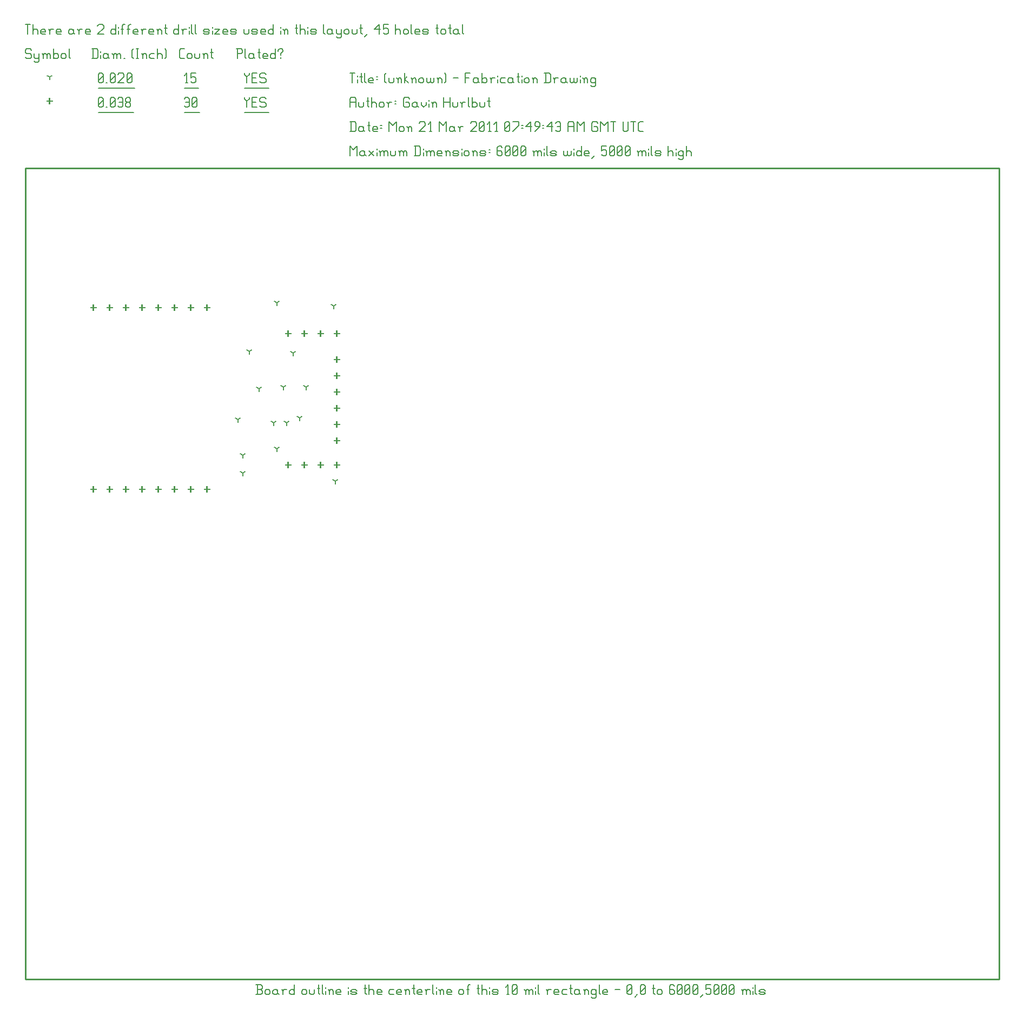
<source format=gbr>
G04 start of page 11 for group -3984 idx -3984 *
G04 Title: (unknown), fab *
G04 Creator: pcb 20091103 *
G04 CreationDate: Mon 21 Mar 2011 07:49:43 AM GMT UTC *
G04 For: gjhurlbu *
G04 Format: Gerber/RS-274X *
G04 PCB-Dimensions: 600000 500000 *
G04 PCB-Coordinate-Origin: lower left *
%MOIN*%
%FSLAX25Y25*%
%LNFAB*%
%ADD11C,0.0100*%
%ADD25R,0.0080X0.0080*%
%ADD26C,0.0060*%
G54D25*X162000Y318600D02*Y315400D01*
X160400Y317000D02*X163600D01*
X172000Y318600D02*Y315400D01*
X170400Y317000D02*X173600D01*
X182000Y318600D02*Y315400D01*
X180400Y317000D02*X183600D01*
X192000Y318600D02*Y315400D01*
X190400Y317000D02*X193600D01*
X162000Y399600D02*Y396400D01*
X160400Y398000D02*X163600D01*
X172000Y399600D02*Y396400D01*
X170400Y398000D02*X173600D01*
X182000Y399600D02*Y396400D01*
X180400Y398000D02*X183600D01*
X192000Y399600D02*Y396400D01*
X190400Y398000D02*X193600D01*
X42000Y303600D02*Y300400D01*
X40400Y302000D02*X43600D01*
X52000Y303600D02*Y300400D01*
X50400Y302000D02*X53600D01*
X62000Y303600D02*Y300400D01*
X60400Y302000D02*X63600D01*
X72000Y303600D02*Y300400D01*
X70400Y302000D02*X73600D01*
X82000Y303600D02*Y300400D01*
X80400Y302000D02*X83600D01*
X92000Y303600D02*Y300400D01*
X90400Y302000D02*X93600D01*
X102000Y303600D02*Y300400D01*
X100400Y302000D02*X103600D01*
X112000Y303600D02*Y300400D01*
X110400Y302000D02*X113600D01*
X42000Y415600D02*Y412400D01*
X40400Y414000D02*X43600D01*
X52000Y415600D02*Y412400D01*
X50400Y414000D02*X53600D01*
X62000Y415600D02*Y412400D01*
X60400Y414000D02*X63600D01*
X72000Y415600D02*Y412400D01*
X70400Y414000D02*X73600D01*
X82000Y415600D02*Y412400D01*
X80400Y414000D02*X83600D01*
X92000Y415600D02*Y412400D01*
X90400Y414000D02*X93600D01*
X102000Y415600D02*Y412400D01*
X100400Y414000D02*X103600D01*
X112000Y415600D02*Y412400D01*
X110400Y414000D02*X113600D01*
X192000Y383600D02*Y380400D01*
X190400Y382000D02*X193600D01*
X192000Y373600D02*Y370400D01*
X190400Y372000D02*X193600D01*
X192000Y363600D02*Y360400D01*
X190400Y362000D02*X193600D01*
X192000Y353600D02*Y350400D01*
X190400Y352000D02*X193600D01*
X192000Y343600D02*Y340400D01*
X190400Y342000D02*X193600D01*
X192000Y333600D02*Y330400D01*
X190400Y332000D02*X193600D01*
X15000Y542850D02*Y539650D01*
X13400Y541250D02*X16600D01*
G54D26*X135000Y543500D02*Y542750D01*
X136500Y541250D01*
X138000Y542750D01*
Y543500D02*Y542750D01*
X136500Y541250D02*Y537500D01*
X139801Y540500D02*X142051D01*
X139801Y537500D02*X142801D01*
X139801Y543500D02*Y537500D01*
Y543500D02*X142801D01*
X147603D02*X148353Y542750D01*
X145353Y543500D02*X147603D01*
X144603Y542750D02*X145353Y543500D01*
X144603Y542750D02*Y541250D01*
X145353Y540500D01*
X147603D01*
X148353Y539750D01*
Y538250D01*
X147603Y537500D02*X148353Y538250D01*
X145353Y537500D02*X147603D01*
X144603Y538250D02*X145353Y537500D01*
X135000Y534249D02*X150154D01*
X98000Y542750D02*X98750Y543500D01*
X100250D01*
X101000Y542750D01*
Y538250D01*
X100250Y537500D02*X101000Y538250D01*
X98750Y537500D02*X100250D01*
X98000Y538250D02*X98750Y537500D01*
Y540500D02*X101000D01*
X102801Y538250D02*X103551Y537500D01*
X102801Y542750D02*Y538250D01*
Y542750D02*X103551Y543500D01*
X105051D01*
X105801Y542750D01*
Y538250D01*
X105051Y537500D02*X105801Y538250D01*
X103551Y537500D02*X105051D01*
X102801Y539000D02*X105801Y542000D01*
X98000Y534249D02*X107603D01*
X45000Y538250D02*X45750Y537500D01*
X45000Y542750D02*Y538250D01*
Y542750D02*X45750Y543500D01*
X47250D01*
X48000Y542750D01*
Y538250D01*
X47250Y537500D02*X48000Y538250D01*
X45750Y537500D02*X47250D01*
X45000Y539000D02*X48000Y542000D01*
X49801Y537500D02*X50551D01*
X52353Y538250D02*X53103Y537500D01*
X52353Y542750D02*Y538250D01*
Y542750D02*X53103Y543500D01*
X54603D01*
X55353Y542750D01*
Y538250D01*
X54603Y537500D02*X55353Y538250D01*
X53103Y537500D02*X54603D01*
X52353Y539000D02*X55353Y542000D01*
X57154Y542750D02*X57904Y543500D01*
X59404D01*
X60154Y542750D01*
Y538250D01*
X59404Y537500D02*X60154Y538250D01*
X57904Y537500D02*X59404D01*
X57154Y538250D02*X57904Y537500D01*
Y540500D02*X60154D01*
X61956Y538250D02*X62706Y537500D01*
X61956Y539750D02*Y538250D01*
Y539750D02*X62706Y540500D01*
X64206D01*
X64956Y539750D01*
Y538250D01*
X64206Y537500D02*X64956Y538250D01*
X62706Y537500D02*X64206D01*
X61956Y541250D02*X62706Y540500D01*
X61956Y542750D02*Y541250D01*
Y542750D02*X62706Y543500D01*
X64206D01*
X64956Y542750D01*
Y541250D01*
X64206Y540500D02*X64956Y541250D01*
X45000Y534249D02*X66757D01*
X159000Y365000D02*Y363400D01*
Y365000D02*X160386Y365800D01*
X159000Y365000D02*X157614Y365800D01*
X173000Y365000D02*Y363400D01*
Y365000D02*X174386Y365800D01*
X173000Y365000D02*X171614Y365800D01*
X144000Y364000D02*Y362400D01*
Y364000D02*X145386Y364800D01*
X144000Y364000D02*X142614Y364800D01*
X153000Y343000D02*Y341400D01*
Y343000D02*X154386Y343800D01*
X153000Y343000D02*X151614Y343800D01*
X161000Y343000D02*Y341400D01*
Y343000D02*X162386Y343800D01*
X161000Y343000D02*X159614Y343800D01*
X155000Y417000D02*Y415400D01*
Y417000D02*X156386Y417800D01*
X155000Y417000D02*X153614Y417800D01*
X190000Y415000D02*Y413400D01*
Y415000D02*X191386Y415800D01*
X190000Y415000D02*X188614Y415800D01*
X165000Y386000D02*Y384400D01*
Y386000D02*X166386Y386800D01*
X165000Y386000D02*X163614Y386800D01*
X169000Y346000D02*Y344400D01*
Y346000D02*X170386Y346800D01*
X169000Y346000D02*X167614Y346800D01*
X155000Y327000D02*Y325400D01*
Y327000D02*X156386Y327800D01*
X155000Y327000D02*X153614Y327800D01*
X191000Y307000D02*Y305400D01*
Y307000D02*X192386Y307800D01*
X191000Y307000D02*X189614Y307800D01*
X134000Y312000D02*Y310400D01*
Y312000D02*X135386Y312800D01*
X134000Y312000D02*X132614Y312800D01*
X138000Y387000D02*Y385400D01*
Y387000D02*X139386Y387800D01*
X138000Y387000D02*X136614Y387800D01*
X134000Y323000D02*Y321400D01*
Y323000D02*X135386Y323800D01*
X134000Y323000D02*X132614Y323800D01*
X131000Y345000D02*Y343400D01*
Y345000D02*X132386Y345800D01*
X131000Y345000D02*X129614Y345800D01*
X15000Y556250D02*Y554650D01*
Y556250D02*X16386Y557050D01*
X15000Y556250D02*X13614Y557050D01*
X135000Y558500D02*Y557750D01*
X136500Y556250D01*
X138000Y557750D01*
Y558500D02*Y557750D01*
X136500Y556250D02*Y552500D01*
X139801Y555500D02*X142051D01*
X139801Y552500D02*X142801D01*
X139801Y558500D02*Y552500D01*
Y558500D02*X142801D01*
X147603D02*X148353Y557750D01*
X145353Y558500D02*X147603D01*
X144603Y557750D02*X145353Y558500D01*
X144603Y557750D02*Y556250D01*
X145353Y555500D01*
X147603D01*
X148353Y554750D01*
Y553250D01*
X147603Y552500D02*X148353Y553250D01*
X145353Y552500D02*X147603D01*
X144603Y553250D02*X145353Y552500D01*
X135000Y549249D02*X150154D01*
X98750Y552500D02*X100250D01*
X99500Y558500D02*Y552500D01*
X98000Y557000D02*X99500Y558500D01*
X102051D02*X105051D01*
X102051D02*Y555500D01*
X102801Y556250D01*
X104301D01*
X105051Y555500D01*
Y553250D01*
X104301Y552500D02*X105051Y553250D01*
X102801Y552500D02*X104301D01*
X102051Y553250D02*X102801Y552500D01*
X98000Y549249D02*X106853D01*
X45000Y553250D02*X45750Y552500D01*
X45000Y557750D02*Y553250D01*
Y557750D02*X45750Y558500D01*
X47250D01*
X48000Y557750D01*
Y553250D01*
X47250Y552500D02*X48000Y553250D01*
X45750Y552500D02*X47250D01*
X45000Y554000D02*X48000Y557000D01*
X49801Y552500D02*X50551D01*
X52353Y553250D02*X53103Y552500D01*
X52353Y557750D02*Y553250D01*
Y557750D02*X53103Y558500D01*
X54603D01*
X55353Y557750D01*
Y553250D01*
X54603Y552500D02*X55353Y553250D01*
X53103Y552500D02*X54603D01*
X52353Y554000D02*X55353Y557000D01*
X57154Y557750D02*X57904Y558500D01*
X60154D01*
X60904Y557750D01*
Y556250D01*
X57154Y552500D02*X60904Y556250D01*
X57154Y552500D02*X60904D01*
X62706Y553250D02*X63456Y552500D01*
X62706Y557750D02*Y553250D01*
Y557750D02*X63456Y558500D01*
X64956D01*
X65706Y557750D01*
Y553250D01*
X64956Y552500D02*X65706Y553250D01*
X63456Y552500D02*X64956D01*
X62706Y554000D02*X65706Y557000D01*
X45000Y549249D02*X67507D01*
X3000Y573500D02*X3750Y572750D01*
X750Y573500D02*X3000D01*
X0Y572750D02*X750Y573500D01*
X0Y572750D02*Y571250D01*
X750Y570500D01*
X3000D01*
X3750Y569750D01*
Y568250D01*
X3000Y567500D02*X3750Y568250D01*
X750Y567500D02*X3000D01*
X0Y568250D02*X750Y567500D01*
X5551Y570500D02*Y568250D01*
X6301Y567500D01*
X8551Y570500D02*Y566000D01*
X7801Y565250D02*X8551Y566000D01*
X6301Y565250D02*X7801D01*
X5551Y566000D02*X6301Y565250D01*
Y567500D02*X7801D01*
X8551Y568250D01*
X11103Y569750D02*Y567500D01*
Y569750D02*X11853Y570500D01*
X12603D01*
X13353Y569750D01*
Y567500D01*
Y569750D02*X14103Y570500D01*
X14853D01*
X15603Y569750D01*
Y567500D01*
X10353Y570500D02*X11103Y569750D01*
X17404Y573500D02*Y567500D01*
Y568250D02*X18154Y567500D01*
X19654D01*
X20404Y568250D01*
Y569750D02*Y568250D01*
X19654Y570500D02*X20404Y569750D01*
X18154Y570500D02*X19654D01*
X17404Y569750D02*X18154Y570500D01*
X22206Y569750D02*Y568250D01*
Y569750D02*X22956Y570500D01*
X24456D01*
X25206Y569750D01*
Y568250D01*
X24456Y567500D02*X25206Y568250D01*
X22956Y567500D02*X24456D01*
X22206Y568250D02*X22956Y567500D01*
X27007Y573500D02*Y568250D01*
X27757Y567500D01*
X41750Y573500D02*Y567500D01*
X44000Y573500D02*X44750Y572750D01*
Y568250D01*
X44000Y567500D02*X44750Y568250D01*
X41000Y567500D02*X44000D01*
X41000Y573500D02*X44000D01*
X46551Y572000D02*Y571250D01*
Y569750D02*Y567500D01*
X50303Y570500D02*X51053Y569750D01*
X48803Y570500D02*X50303D01*
X48053Y569750D02*X48803Y570500D01*
X48053Y569750D02*Y568250D01*
X48803Y567500D01*
X51053Y570500D02*Y568250D01*
X51803Y567500D01*
X48803D02*X50303D01*
X51053Y568250D01*
X54354Y569750D02*Y567500D01*
Y569750D02*X55104Y570500D01*
X55854D01*
X56604Y569750D01*
Y567500D01*
Y569750D02*X57354Y570500D01*
X58104D01*
X58854Y569750D01*
Y567500D01*
X53604Y570500D02*X54354Y569750D01*
X60656Y567500D02*X61406D01*
X65907Y568250D02*X66657Y567500D01*
X65907Y572750D02*X66657Y573500D01*
X65907Y572750D02*Y568250D01*
X68459Y573500D02*X69959D01*
X69209D02*Y567500D01*
X68459D02*X69959D01*
X72510Y569750D02*Y567500D01*
Y569750D02*X73260Y570500D01*
X74010D01*
X74760Y569750D01*
Y567500D01*
X71760Y570500D02*X72510Y569750D01*
X77312Y570500D02*X79562D01*
X76562Y569750D02*X77312Y570500D01*
X76562Y569750D02*Y568250D01*
X77312Y567500D01*
X79562D01*
X81363Y573500D02*Y567500D01*
Y569750D02*X82113Y570500D01*
X83613D01*
X84363Y569750D01*
Y567500D01*
X86165Y573500D02*X86915Y572750D01*
Y568250D01*
X86165Y567500D02*X86915Y568250D01*
X95750Y567500D02*X98000D01*
X95000Y568250D02*X95750Y567500D01*
X95000Y572750D02*Y568250D01*
Y572750D02*X95750Y573500D01*
X98000D01*
X99801Y569750D02*Y568250D01*
Y569750D02*X100551Y570500D01*
X102051D01*
X102801Y569750D01*
Y568250D01*
X102051Y567500D02*X102801Y568250D01*
X100551Y567500D02*X102051D01*
X99801Y568250D02*X100551Y567500D01*
X104603Y570500D02*Y568250D01*
X105353Y567500D01*
X106853D01*
X107603Y568250D01*
Y570500D02*Y568250D01*
X110154Y569750D02*Y567500D01*
Y569750D02*X110904Y570500D01*
X111654D01*
X112404Y569750D01*
Y567500D01*
X109404Y570500D02*X110154Y569750D01*
X114956Y573500D02*Y568250D01*
X115706Y567500D01*
X114206Y571250D02*X115706D01*
X130750Y573500D02*Y567500D01*
X130000Y573500D02*X133000D01*
X133750Y572750D01*
Y571250D01*
X133000Y570500D02*X133750Y571250D01*
X130750Y570500D02*X133000D01*
X135551Y573500D02*Y568250D01*
X136301Y567500D01*
X140053Y570500D02*X140803Y569750D01*
X138553Y570500D02*X140053D01*
X137803Y569750D02*X138553Y570500D01*
X137803Y569750D02*Y568250D01*
X138553Y567500D01*
X140803Y570500D02*Y568250D01*
X141553Y567500D01*
X138553D02*X140053D01*
X140803Y568250D01*
X144104Y573500D02*Y568250D01*
X144854Y567500D01*
X143354Y571250D02*X144854D01*
X147106Y567500D02*X149356D01*
X146356Y568250D02*X147106Y567500D01*
X146356Y569750D02*Y568250D01*
Y569750D02*X147106Y570500D01*
X148606D01*
X149356Y569750D01*
X146356Y569000D02*X149356D01*
Y569750D02*Y569000D01*
X154157Y573500D02*Y567500D01*
X153407D02*X154157Y568250D01*
X151907Y567500D02*X153407D01*
X151157Y568250D02*X151907Y567500D01*
X151157Y569750D02*Y568250D01*
Y569750D02*X151907Y570500D01*
X153407D01*
X154157Y569750D01*
X157459Y570500D02*Y569750D01*
Y568250D02*Y567500D01*
X155959Y572750D02*Y572000D01*
Y572750D02*X156709Y573500D01*
X158209D01*
X158959Y572750D01*
Y572000D01*
X157459Y570500D02*X158959Y572000D01*
X0Y588500D02*X3000D01*
X1500D02*Y582500D01*
X4801Y588500D02*Y582500D01*
Y584750D02*X5551Y585500D01*
X7051D01*
X7801Y584750D01*
Y582500D01*
X10353D02*X12603D01*
X9603Y583250D02*X10353Y582500D01*
X9603Y584750D02*Y583250D01*
Y584750D02*X10353Y585500D01*
X11853D01*
X12603Y584750D01*
X9603Y584000D02*X12603D01*
Y584750D02*Y584000D01*
X15154Y584750D02*Y582500D01*
Y584750D02*X15904Y585500D01*
X17404D01*
X14404D02*X15154Y584750D01*
X19956Y582500D02*X22206D01*
X19206Y583250D02*X19956Y582500D01*
X19206Y584750D02*Y583250D01*
Y584750D02*X19956Y585500D01*
X21456D01*
X22206Y584750D01*
X19206Y584000D02*X22206D01*
Y584750D02*Y584000D01*
X28957Y585500D02*X29707Y584750D01*
X27457Y585500D02*X28957D01*
X26707Y584750D02*X27457Y585500D01*
X26707Y584750D02*Y583250D01*
X27457Y582500D01*
X29707Y585500D02*Y583250D01*
X30457Y582500D01*
X27457D02*X28957D01*
X29707Y583250D01*
X33009Y584750D02*Y582500D01*
Y584750D02*X33759Y585500D01*
X35259D01*
X32259D02*X33009Y584750D01*
X37810Y582500D02*X40060D01*
X37060Y583250D02*X37810Y582500D01*
X37060Y584750D02*Y583250D01*
Y584750D02*X37810Y585500D01*
X39310D01*
X40060Y584750D01*
X37060Y584000D02*X40060D01*
Y584750D02*Y584000D01*
X44562Y587750D02*X45312Y588500D01*
X47562D01*
X48312Y587750D01*
Y586250D01*
X44562Y582500D02*X48312Y586250D01*
X44562Y582500D02*X48312D01*
X55813Y588500D02*Y582500D01*
X55063D02*X55813Y583250D01*
X53563Y582500D02*X55063D01*
X52813Y583250D02*X53563Y582500D01*
X52813Y584750D02*Y583250D01*
Y584750D02*X53563Y585500D01*
X55063D01*
X55813Y584750D01*
X57615Y587000D02*Y586250D01*
Y584750D02*Y582500D01*
X59866Y587750D02*Y582500D01*
Y587750D02*X60616Y588500D01*
X61366D01*
X59116Y585500D02*X60616D01*
X63618Y587750D02*Y582500D01*
Y587750D02*X64368Y588500D01*
X65118D01*
X62868Y585500D02*X64368D01*
X67369Y582500D02*X69619D01*
X66619Y583250D02*X67369Y582500D01*
X66619Y584750D02*Y583250D01*
Y584750D02*X67369Y585500D01*
X68869D01*
X69619Y584750D01*
X66619Y584000D02*X69619D01*
Y584750D02*Y584000D01*
X72171Y584750D02*Y582500D01*
Y584750D02*X72921Y585500D01*
X74421D01*
X71421D02*X72171Y584750D01*
X76972Y582500D02*X79222D01*
X76222Y583250D02*X76972Y582500D01*
X76222Y584750D02*Y583250D01*
Y584750D02*X76972Y585500D01*
X78472D01*
X79222Y584750D01*
X76222Y584000D02*X79222D01*
Y584750D02*Y584000D01*
X81774Y584750D02*Y582500D01*
Y584750D02*X82524Y585500D01*
X83274D01*
X84024Y584750D01*
Y582500D01*
X81024Y585500D02*X81774Y584750D01*
X86575Y588500D02*Y583250D01*
X87325Y582500D01*
X85825Y586250D02*X87325D01*
X94527Y588500D02*Y582500D01*
X93777D02*X94527Y583250D01*
X92277Y582500D02*X93777D01*
X91527Y583250D02*X92277Y582500D01*
X91527Y584750D02*Y583250D01*
Y584750D02*X92277Y585500D01*
X93777D01*
X94527Y584750D01*
X97078D02*Y582500D01*
Y584750D02*X97828Y585500D01*
X99328D01*
X96328D02*X97078Y584750D01*
X101130Y587000D02*Y586250D01*
Y584750D02*Y582500D01*
X102631Y588500D02*Y583250D01*
X103381Y582500D01*
X104883Y588500D02*Y583250D01*
X105633Y582500D01*
X110584D02*X112834D01*
X113584Y583250D01*
X112834Y584000D02*X113584Y583250D01*
X110584Y584000D02*X112834D01*
X109834Y584750D02*X110584Y584000D01*
X109834Y584750D02*X110584Y585500D01*
X112834D01*
X113584Y584750D01*
X109834Y583250D02*X110584Y582500D01*
X115386Y587000D02*Y586250D01*
Y584750D02*Y582500D01*
X116887Y585500D02*X119887D01*
X116887Y582500D02*X119887Y585500D01*
X116887Y582500D02*X119887D01*
X122439D02*X124689D01*
X121689Y583250D02*X122439Y582500D01*
X121689Y584750D02*Y583250D01*
Y584750D02*X122439Y585500D01*
X123939D01*
X124689Y584750D01*
X121689Y584000D02*X124689D01*
Y584750D02*Y584000D01*
X127240Y582500D02*X129490D01*
X130240Y583250D01*
X129490Y584000D02*X130240Y583250D01*
X127240Y584000D02*X129490D01*
X126490Y584750D02*X127240Y584000D01*
X126490Y584750D02*X127240Y585500D01*
X129490D01*
X130240Y584750D01*
X126490Y583250D02*X127240Y582500D01*
X134742Y585500D02*Y583250D01*
X135492Y582500D01*
X136992D01*
X137742Y583250D01*
Y585500D02*Y583250D01*
X140293Y582500D02*X142543D01*
X143293Y583250D01*
X142543Y584000D02*X143293Y583250D01*
X140293Y584000D02*X142543D01*
X139543Y584750D02*X140293Y584000D01*
X139543Y584750D02*X140293Y585500D01*
X142543D01*
X143293Y584750D01*
X139543Y583250D02*X140293Y582500D01*
X145845D02*X148095D01*
X145095Y583250D02*X145845Y582500D01*
X145095Y584750D02*Y583250D01*
Y584750D02*X145845Y585500D01*
X147345D01*
X148095Y584750D01*
X145095Y584000D02*X148095D01*
Y584750D02*Y584000D01*
X152896Y588500D02*Y582500D01*
X152146D02*X152896Y583250D01*
X150646Y582500D02*X152146D01*
X149896Y583250D02*X150646Y582500D01*
X149896Y584750D02*Y583250D01*
Y584750D02*X150646Y585500D01*
X152146D01*
X152896Y584750D01*
X157398Y587000D02*Y586250D01*
Y584750D02*Y582500D01*
X159649Y584750D02*Y582500D01*
Y584750D02*X160399Y585500D01*
X161149D01*
X161899Y584750D01*
Y582500D01*
X158899Y585500D02*X159649Y584750D01*
X167151Y588500D02*Y583250D01*
X167901Y582500D01*
X166401Y586250D02*X167901D01*
X169402Y588500D02*Y582500D01*
Y584750D02*X170152Y585500D01*
X171652D01*
X172402Y584750D01*
Y582500D01*
X174204Y587000D02*Y586250D01*
Y584750D02*Y582500D01*
X176455D02*X178705D01*
X179455Y583250D01*
X178705Y584000D02*X179455Y583250D01*
X176455Y584000D02*X178705D01*
X175705Y584750D02*X176455Y584000D01*
X175705Y584750D02*X176455Y585500D01*
X178705D01*
X179455Y584750D01*
X175705Y583250D02*X176455Y582500D01*
X183957Y588500D02*Y583250D01*
X184707Y582500D01*
X188458Y585500D02*X189208Y584750D01*
X186958Y585500D02*X188458D01*
X186208Y584750D02*X186958Y585500D01*
X186208Y584750D02*Y583250D01*
X186958Y582500D01*
X189208Y585500D02*Y583250D01*
X189958Y582500D01*
X186958D02*X188458D01*
X189208Y583250D01*
X191760Y585500D02*Y583250D01*
X192510Y582500D01*
X194760Y585500D02*Y581000D01*
X194010Y580250D02*X194760Y581000D01*
X192510Y580250D02*X194010D01*
X191760Y581000D02*X192510Y580250D01*
Y582500D02*X194010D01*
X194760Y583250D01*
X196561Y584750D02*Y583250D01*
Y584750D02*X197311Y585500D01*
X198811D01*
X199561Y584750D01*
Y583250D01*
X198811Y582500D02*X199561Y583250D01*
X197311Y582500D02*X198811D01*
X196561Y583250D02*X197311Y582500D01*
X201363Y585500D02*Y583250D01*
X202113Y582500D01*
X203613D01*
X204363Y583250D01*
Y585500D02*Y583250D01*
X206914Y588500D02*Y583250D01*
X207664Y582500D01*
X206164Y586250D02*X207664D01*
X209166Y581000D02*X210666Y582500D01*
X215167Y585500D02*X218167Y588500D01*
X215167Y585500D02*X218917D01*
X218167Y588500D02*Y582500D01*
X220719Y588500D02*X223719D01*
X220719D02*Y585500D01*
X221469Y586250D01*
X222969D01*
X223719Y585500D01*
Y583250D01*
X222969Y582500D02*X223719Y583250D01*
X221469Y582500D02*X222969D01*
X220719Y583250D02*X221469Y582500D01*
X228220Y588500D02*Y582500D01*
Y584750D02*X228970Y585500D01*
X230470D01*
X231220Y584750D01*
Y582500D01*
X233022Y584750D02*Y583250D01*
Y584750D02*X233772Y585500D01*
X235272D01*
X236022Y584750D01*
Y583250D01*
X235272Y582500D02*X236022Y583250D01*
X233772Y582500D02*X235272D01*
X233022Y583250D02*X233772Y582500D01*
X237823Y588500D02*Y583250D01*
X238573Y582500D01*
X240825D02*X243075D01*
X240075Y583250D02*X240825Y582500D01*
X240075Y584750D02*Y583250D01*
Y584750D02*X240825Y585500D01*
X242325D01*
X243075Y584750D01*
X240075Y584000D02*X243075D01*
Y584750D02*Y584000D01*
X245626Y582500D02*X247876D01*
X248626Y583250D01*
X247876Y584000D02*X248626Y583250D01*
X245626Y584000D02*X247876D01*
X244876Y584750D02*X245626Y584000D01*
X244876Y584750D02*X245626Y585500D01*
X247876D01*
X248626Y584750D01*
X244876Y583250D02*X245626Y582500D01*
X253878Y588500D02*Y583250D01*
X254628Y582500D01*
X253128Y586250D02*X254628D01*
X256129Y584750D02*Y583250D01*
Y584750D02*X256879Y585500D01*
X258379D01*
X259129Y584750D01*
Y583250D01*
X258379Y582500D02*X259129Y583250D01*
X256879Y582500D02*X258379D01*
X256129Y583250D02*X256879Y582500D01*
X261681Y588500D02*Y583250D01*
X262431Y582500D01*
X260931Y586250D02*X262431D01*
X266182Y585500D02*X266932Y584750D01*
X264682Y585500D02*X266182D01*
X263932Y584750D02*X264682Y585500D01*
X263932Y584750D02*Y583250D01*
X264682Y582500D01*
X266932Y585500D02*Y583250D01*
X267682Y582500D01*
X264682D02*X266182D01*
X266932Y583250D01*
X269484Y588500D02*Y583250D01*
X270234Y582500D01*
G54D11*X0Y500000D02*X600000D01*
X0D02*Y0D01*
X600000Y500000D02*Y0D01*
X0D02*X600000D01*
G54D26*X200000Y513500D02*Y507500D01*
Y513500D02*X202250Y511250D01*
X204500Y513500D01*
Y507500D01*
X208551Y510500D02*X209301Y509750D01*
X207051Y510500D02*X208551D01*
X206301Y509750D02*X207051Y510500D01*
X206301Y509750D02*Y508250D01*
X207051Y507500D01*
X209301Y510500D02*Y508250D01*
X210051Y507500D01*
X207051D02*X208551D01*
X209301Y508250D01*
X211853Y510500D02*X214853Y507500D01*
X211853D02*X214853Y510500D01*
X216654Y512000D02*Y511250D01*
Y509750D02*Y507500D01*
X218906Y509750D02*Y507500D01*
Y509750D02*X219656Y510500D01*
X220406D01*
X221156Y509750D01*
Y507500D01*
Y509750D02*X221906Y510500D01*
X222656D01*
X223406Y509750D01*
Y507500D01*
X218156Y510500D02*X218906Y509750D01*
X225207Y510500D02*Y508250D01*
X225957Y507500D01*
X227457D01*
X228207Y508250D01*
Y510500D02*Y508250D01*
X230759Y509750D02*Y507500D01*
Y509750D02*X231509Y510500D01*
X232259D01*
X233009Y509750D01*
Y507500D01*
Y509750D02*X233759Y510500D01*
X234509D01*
X235259Y509750D01*
Y507500D01*
X230009Y510500D02*X230759Y509750D01*
X240510Y513500D02*Y507500D01*
X242760Y513500D02*X243510Y512750D01*
Y508250D01*
X242760Y507500D02*X243510Y508250D01*
X239760Y507500D02*X242760D01*
X239760Y513500D02*X242760D01*
X245312Y512000D02*Y511250D01*
Y509750D02*Y507500D01*
X247563Y509750D02*Y507500D01*
Y509750D02*X248313Y510500D01*
X249063D01*
X249813Y509750D01*
Y507500D01*
Y509750D02*X250563Y510500D01*
X251313D01*
X252063Y509750D01*
Y507500D01*
X246813Y510500D02*X247563Y509750D01*
X254615Y507500D02*X256865D01*
X253865Y508250D02*X254615Y507500D01*
X253865Y509750D02*Y508250D01*
Y509750D02*X254615Y510500D01*
X256115D01*
X256865Y509750D01*
X253865Y509000D02*X256865D01*
Y509750D02*Y509000D01*
X259416Y509750D02*Y507500D01*
Y509750D02*X260166Y510500D01*
X260916D01*
X261666Y509750D01*
Y507500D01*
X258666Y510500D02*X259416Y509750D01*
X264218Y507500D02*X266468D01*
X267218Y508250D01*
X266468Y509000D02*X267218Y508250D01*
X264218Y509000D02*X266468D01*
X263468Y509750D02*X264218Y509000D01*
X263468Y509750D02*X264218Y510500D01*
X266468D01*
X267218Y509750D01*
X263468Y508250D02*X264218Y507500D01*
X269019Y512000D02*Y511250D01*
Y509750D02*Y507500D01*
X270521Y509750D02*Y508250D01*
Y509750D02*X271271Y510500D01*
X272771D01*
X273521Y509750D01*
Y508250D01*
X272771Y507500D02*X273521Y508250D01*
X271271Y507500D02*X272771D01*
X270521Y508250D02*X271271Y507500D01*
X276072Y509750D02*Y507500D01*
Y509750D02*X276822Y510500D01*
X277572D01*
X278322Y509750D01*
Y507500D01*
X275322Y510500D02*X276072Y509750D01*
X280874Y507500D02*X283124D01*
X283874Y508250D01*
X283124Y509000D02*X283874Y508250D01*
X280874Y509000D02*X283124D01*
X280124Y509750D02*X280874Y509000D01*
X280124Y509750D02*X280874Y510500D01*
X283124D01*
X283874Y509750D01*
X280124Y508250D02*X280874Y507500D01*
X285675Y511250D02*X286425D01*
X285675Y509750D02*X286425D01*
X293177Y513500D02*X293927Y512750D01*
X291677Y513500D02*X293177D01*
X290927Y512750D02*X291677Y513500D01*
X290927Y512750D02*Y508250D01*
X291677Y507500D01*
X293177Y510500D02*X293927Y509750D01*
X290927Y510500D02*X293177D01*
X291677Y507500D02*X293177D01*
X293927Y508250D01*
Y509750D02*Y508250D01*
X295728D02*X296478Y507500D01*
X295728Y512750D02*Y508250D01*
Y512750D02*X296478Y513500D01*
X297978D01*
X298728Y512750D01*
Y508250D01*
X297978Y507500D02*X298728Y508250D01*
X296478Y507500D02*X297978D01*
X295728Y509000D02*X298728Y512000D01*
X300530Y508250D02*X301280Y507500D01*
X300530Y512750D02*Y508250D01*
Y512750D02*X301280Y513500D01*
X302780D01*
X303530Y512750D01*
Y508250D01*
X302780Y507500D02*X303530Y508250D01*
X301280Y507500D02*X302780D01*
X300530Y509000D02*X303530Y512000D01*
X305331Y508250D02*X306081Y507500D01*
X305331Y512750D02*Y508250D01*
Y512750D02*X306081Y513500D01*
X307581D01*
X308331Y512750D01*
Y508250D01*
X307581Y507500D02*X308331Y508250D01*
X306081Y507500D02*X307581D01*
X305331Y509000D02*X308331Y512000D01*
X313583Y509750D02*Y507500D01*
Y509750D02*X314333Y510500D01*
X315083D01*
X315833Y509750D01*
Y507500D01*
Y509750D02*X316583Y510500D01*
X317333D01*
X318083Y509750D01*
Y507500D01*
X312833Y510500D02*X313583Y509750D01*
X319884Y512000D02*Y511250D01*
Y509750D02*Y507500D01*
X321386Y513500D02*Y508250D01*
X322136Y507500D01*
X324387D02*X326637D01*
X327387Y508250D01*
X326637Y509000D02*X327387Y508250D01*
X324387Y509000D02*X326637D01*
X323637Y509750D02*X324387Y509000D01*
X323637Y509750D02*X324387Y510500D01*
X326637D01*
X327387Y509750D01*
X323637Y508250D02*X324387Y507500D01*
X331889Y510500D02*Y508250D01*
X332639Y507500D01*
X333389D01*
X334139Y508250D01*
Y510500D02*Y508250D01*
X334889Y507500D01*
X335639D01*
X336389Y508250D01*
Y510500D02*Y508250D01*
X338190Y512000D02*Y511250D01*
Y509750D02*Y507500D01*
X342692Y513500D02*Y507500D01*
X341942D02*X342692Y508250D01*
X340442Y507500D02*X341942D01*
X339692Y508250D02*X340442Y507500D01*
X339692Y509750D02*Y508250D01*
Y509750D02*X340442Y510500D01*
X341942D01*
X342692Y509750D01*
X345243Y507500D02*X347493D01*
X344493Y508250D02*X345243Y507500D01*
X344493Y509750D02*Y508250D01*
Y509750D02*X345243Y510500D01*
X346743D01*
X347493Y509750D01*
X344493Y509000D02*X347493D01*
Y509750D02*Y509000D01*
X349295Y506000D02*X350795Y507500D01*
X355296Y513500D02*X358296D01*
X355296D02*Y510500D01*
X356046Y511250D01*
X357546D01*
X358296Y510500D01*
Y508250D01*
X357546Y507500D02*X358296Y508250D01*
X356046Y507500D02*X357546D01*
X355296Y508250D02*X356046Y507500D01*
X360098Y508250D02*X360848Y507500D01*
X360098Y512750D02*Y508250D01*
Y512750D02*X360848Y513500D01*
X362348D01*
X363098Y512750D01*
Y508250D01*
X362348Y507500D02*X363098Y508250D01*
X360848Y507500D02*X362348D01*
X360098Y509000D02*X363098Y512000D01*
X364899Y508250D02*X365649Y507500D01*
X364899Y512750D02*Y508250D01*
Y512750D02*X365649Y513500D01*
X367149D01*
X367899Y512750D01*
Y508250D01*
X367149Y507500D02*X367899Y508250D01*
X365649Y507500D02*X367149D01*
X364899Y509000D02*X367899Y512000D01*
X369701Y508250D02*X370451Y507500D01*
X369701Y512750D02*Y508250D01*
Y512750D02*X370451Y513500D01*
X371951D01*
X372701Y512750D01*
Y508250D01*
X371951Y507500D02*X372701Y508250D01*
X370451Y507500D02*X371951D01*
X369701Y509000D02*X372701Y512000D01*
X377952Y509750D02*Y507500D01*
Y509750D02*X378702Y510500D01*
X379452D01*
X380202Y509750D01*
Y507500D01*
Y509750D02*X380952Y510500D01*
X381702D01*
X382452Y509750D01*
Y507500D01*
X377202Y510500D02*X377952Y509750D01*
X384254Y512000D02*Y511250D01*
Y509750D02*Y507500D01*
X385755Y513500D02*Y508250D01*
X386505Y507500D01*
X388757D02*X391007D01*
X391757Y508250D01*
X391007Y509000D02*X391757Y508250D01*
X388757Y509000D02*X391007D01*
X388007Y509750D02*X388757Y509000D01*
X388007Y509750D02*X388757Y510500D01*
X391007D01*
X391757Y509750D01*
X388007Y508250D02*X388757Y507500D01*
X396258Y513500D02*Y507500D01*
Y509750D02*X397008Y510500D01*
X398508D01*
X399258Y509750D01*
Y507500D01*
X401060Y512000D02*Y511250D01*
Y509750D02*Y507500D01*
X404811Y510500D02*X405561Y509750D01*
X403311Y510500D02*X404811D01*
X402561Y509750D02*X403311Y510500D01*
X402561Y509750D02*Y508250D01*
X403311Y507500D01*
X404811D01*
X405561Y508250D01*
X402561Y506000D02*X403311Y505250D01*
X404811D01*
X405561Y506000D01*
Y510500D02*Y506000D01*
X407363Y513500D02*Y507500D01*
Y509750D02*X408113Y510500D01*
X409613D01*
X410363Y509750D01*
Y507500D01*
X142226Y-9500D02*X145226D01*
X145976Y-8750D01*
Y-7250D02*Y-8750D01*
X145226Y-6500D02*X145976Y-7250D01*
X142976Y-6500D02*X145226D01*
X142976Y-3500D02*Y-9500D01*
X142226Y-3500D02*X145226D01*
X145976Y-4250D01*
Y-5750D01*
X145226Y-6500D02*X145976Y-5750D01*
X147777Y-7250D02*Y-8750D01*
Y-7250D02*X148527Y-6500D01*
X150027D01*
X150777Y-7250D01*
Y-8750D01*
X150027Y-9500D02*X150777Y-8750D01*
X148527Y-9500D02*X150027D01*
X147777Y-8750D02*X148527Y-9500D01*
X154829Y-6500D02*X155579Y-7250D01*
X153329Y-6500D02*X154829D01*
X152579Y-7250D02*X153329Y-6500D01*
X152579Y-7250D02*Y-8750D01*
X153329Y-9500D01*
X155579Y-6500D02*Y-8750D01*
X156329Y-9500D01*
X153329D02*X154829D01*
X155579Y-8750D01*
X158880Y-7250D02*Y-9500D01*
Y-7250D02*X159630Y-6500D01*
X161130D01*
X158130D02*X158880Y-7250D01*
X165932Y-3500D02*Y-9500D01*
X165182D02*X165932Y-8750D01*
X163682Y-9500D02*X165182D01*
X162932Y-8750D02*X163682Y-9500D01*
X162932Y-7250D02*Y-8750D01*
Y-7250D02*X163682Y-6500D01*
X165182D01*
X165932Y-7250D01*
X170433D02*Y-8750D01*
Y-7250D02*X171183Y-6500D01*
X172683D01*
X173433Y-7250D01*
Y-8750D01*
X172683Y-9500D02*X173433Y-8750D01*
X171183Y-9500D02*X172683D01*
X170433Y-8750D02*X171183Y-9500D01*
X175235Y-6500D02*Y-8750D01*
X175985Y-9500D01*
X177485D01*
X178235Y-8750D01*
Y-6500D02*Y-8750D01*
X180786Y-3500D02*Y-8750D01*
X181536Y-9500D01*
X180036Y-5750D02*X181536D01*
X183038Y-3500D02*Y-8750D01*
X183788Y-9500D01*
X185289Y-5000D02*Y-5750D01*
Y-7250D02*Y-9500D01*
X187541Y-7250D02*Y-9500D01*
Y-7250D02*X188291Y-6500D01*
X189041D01*
X189791Y-7250D01*
Y-9500D01*
X186791Y-6500D02*X187541Y-7250D01*
X192342Y-9500D02*X194592D01*
X191592Y-8750D02*X192342Y-9500D01*
X191592Y-7250D02*Y-8750D01*
Y-7250D02*X192342Y-6500D01*
X193842D01*
X194592Y-7250D01*
X191592Y-8000D02*X194592D01*
Y-7250D02*Y-8000D01*
X199094Y-5000D02*Y-5750D01*
Y-7250D02*Y-9500D01*
X201345D02*X203595D01*
X204345Y-8750D01*
X203595Y-8000D02*X204345Y-8750D01*
X201345Y-8000D02*X203595D01*
X200595Y-7250D02*X201345Y-8000D01*
X200595Y-7250D02*X201345Y-6500D01*
X203595D01*
X204345Y-7250D01*
X200595Y-8750D02*X201345Y-9500D01*
X209597Y-3500D02*Y-8750D01*
X210347Y-9500D01*
X208847Y-5750D02*X210347D01*
X211848Y-3500D02*Y-9500D01*
Y-7250D02*X212598Y-6500D01*
X214098D01*
X214848Y-7250D01*
Y-9500D01*
X217400D02*X219650D01*
X216650Y-8750D02*X217400Y-9500D01*
X216650Y-7250D02*Y-8750D01*
Y-7250D02*X217400Y-6500D01*
X218900D01*
X219650Y-7250D01*
X216650Y-8000D02*X219650D01*
Y-7250D02*Y-8000D01*
X224901Y-6500D02*X227151D01*
X224151Y-7250D02*X224901Y-6500D01*
X224151Y-7250D02*Y-8750D01*
X224901Y-9500D01*
X227151D01*
X229703D02*X231953D01*
X228953Y-8750D02*X229703Y-9500D01*
X228953Y-7250D02*Y-8750D01*
Y-7250D02*X229703Y-6500D01*
X231203D01*
X231953Y-7250D01*
X228953Y-8000D02*X231953D01*
Y-7250D02*Y-8000D01*
X234504Y-7250D02*Y-9500D01*
Y-7250D02*X235254Y-6500D01*
X236004D01*
X236754Y-7250D01*
Y-9500D01*
X233754Y-6500D02*X234504Y-7250D01*
X239306Y-3500D02*Y-8750D01*
X240056Y-9500D01*
X238556Y-5750D02*X240056D01*
X242307Y-9500D02*X244557D01*
X241557Y-8750D02*X242307Y-9500D01*
X241557Y-7250D02*Y-8750D01*
Y-7250D02*X242307Y-6500D01*
X243807D01*
X244557Y-7250D01*
X241557Y-8000D02*X244557D01*
Y-7250D02*Y-8000D01*
X247109Y-7250D02*Y-9500D01*
Y-7250D02*X247859Y-6500D01*
X249359D01*
X246359D02*X247109Y-7250D01*
X251160Y-3500D02*Y-8750D01*
X251910Y-9500D01*
X253412Y-5000D02*Y-5750D01*
Y-7250D02*Y-9500D01*
X255663Y-7250D02*Y-9500D01*
Y-7250D02*X256413Y-6500D01*
X257163D01*
X257913Y-7250D01*
Y-9500D01*
X254913Y-6500D02*X255663Y-7250D01*
X260465Y-9500D02*X262715D01*
X259715Y-8750D02*X260465Y-9500D01*
X259715Y-7250D02*Y-8750D01*
Y-7250D02*X260465Y-6500D01*
X261965D01*
X262715Y-7250D01*
X259715Y-8000D02*X262715D01*
Y-7250D02*Y-8000D01*
X267216Y-7250D02*Y-8750D01*
Y-7250D02*X267966Y-6500D01*
X269466D01*
X270216Y-7250D01*
Y-8750D01*
X269466Y-9500D02*X270216Y-8750D01*
X267966Y-9500D02*X269466D01*
X267216Y-8750D02*X267966Y-9500D01*
X272768Y-4250D02*Y-9500D01*
Y-4250D02*X273518Y-3500D01*
X274268D01*
X272018Y-6500D02*X273518D01*
X279219Y-3500D02*Y-8750D01*
X279969Y-9500D01*
X278469Y-5750D02*X279969D01*
X281471Y-3500D02*Y-9500D01*
Y-7250D02*X282221Y-6500D01*
X283721D01*
X284471Y-7250D01*
Y-9500D01*
X286272Y-5000D02*Y-5750D01*
Y-7250D02*Y-9500D01*
X288524D02*X290774D01*
X291524Y-8750D01*
X290774Y-8000D02*X291524Y-8750D01*
X288524Y-8000D02*X290774D01*
X287774Y-7250D02*X288524Y-8000D01*
X287774Y-7250D02*X288524Y-6500D01*
X290774D01*
X291524Y-7250D01*
X287774Y-8750D02*X288524Y-9500D01*
X296775D02*X298275D01*
X297525Y-3500D02*Y-9500D01*
X296025Y-5000D02*X297525Y-3500D01*
X300077Y-8750D02*X300827Y-9500D01*
X300077Y-4250D02*Y-8750D01*
Y-4250D02*X300827Y-3500D01*
X302327D01*
X303077Y-4250D01*
Y-8750D01*
X302327Y-9500D02*X303077Y-8750D01*
X300827Y-9500D02*X302327D01*
X300077Y-8000D02*X303077Y-5000D01*
X308328Y-7250D02*Y-9500D01*
Y-7250D02*X309078Y-6500D01*
X309828D01*
X310578Y-7250D01*
Y-9500D01*
Y-7250D02*X311328Y-6500D01*
X312078D01*
X312828Y-7250D01*
Y-9500D01*
X307578Y-6500D02*X308328Y-7250D01*
X314630Y-5000D02*Y-5750D01*
Y-7250D02*Y-9500D01*
X316131Y-3500D02*Y-8750D01*
X316881Y-9500D01*
X321833Y-7250D02*Y-9500D01*
Y-7250D02*X322583Y-6500D01*
X324083D01*
X321083D02*X321833Y-7250D01*
X326634Y-9500D02*X328884D01*
X325884Y-8750D02*X326634Y-9500D01*
X325884Y-7250D02*Y-8750D01*
Y-7250D02*X326634Y-6500D01*
X328134D01*
X328884Y-7250D01*
X325884Y-8000D02*X328884D01*
Y-7250D02*Y-8000D01*
X331436Y-6500D02*X333686D01*
X330686Y-7250D02*X331436Y-6500D01*
X330686Y-7250D02*Y-8750D01*
X331436Y-9500D01*
X333686D01*
X336237Y-3500D02*Y-8750D01*
X336987Y-9500D01*
X335487Y-5750D02*X336987D01*
X340739Y-6500D02*X341489Y-7250D01*
X339239Y-6500D02*X340739D01*
X338489Y-7250D02*X339239Y-6500D01*
X338489Y-7250D02*Y-8750D01*
X339239Y-9500D01*
X341489Y-6500D02*Y-8750D01*
X342239Y-9500D01*
X339239D02*X340739D01*
X341489Y-8750D01*
X344790Y-7250D02*Y-9500D01*
Y-7250D02*X345540Y-6500D01*
X346290D01*
X347040Y-7250D01*
Y-9500D01*
X344040Y-6500D02*X344790Y-7250D01*
X351092Y-6500D02*X351842Y-7250D01*
X349592Y-6500D02*X351092D01*
X348842Y-7250D02*X349592Y-6500D01*
X348842Y-7250D02*Y-8750D01*
X349592Y-9500D01*
X351092D01*
X351842Y-8750D01*
X348842Y-11000D02*X349592Y-11750D01*
X351092D01*
X351842Y-11000D01*
Y-6500D02*Y-11000D01*
X353643Y-3500D02*Y-8750D01*
X354393Y-9500D01*
X356645D02*X358895D01*
X355895Y-8750D02*X356645Y-9500D01*
X355895Y-7250D02*Y-8750D01*
Y-7250D02*X356645Y-6500D01*
X358145D01*
X358895Y-7250D01*
X355895Y-8000D02*X358895D01*
Y-7250D02*Y-8000D01*
X363396Y-6500D02*X366396D01*
X370898Y-8750D02*X371648Y-9500D01*
X370898Y-4250D02*Y-8750D01*
Y-4250D02*X371648Y-3500D01*
X373148D01*
X373898Y-4250D01*
Y-8750D01*
X373148Y-9500D02*X373898Y-8750D01*
X371648Y-9500D02*X373148D01*
X370898Y-8000D02*X373898Y-5000D01*
X375699Y-11000D02*X377199Y-9500D01*
X379001Y-8750D02*X379751Y-9500D01*
X379001Y-4250D02*Y-8750D01*
Y-4250D02*X379751Y-3500D01*
X381251D01*
X382001Y-4250D01*
Y-8750D01*
X381251Y-9500D02*X382001Y-8750D01*
X379751Y-9500D02*X381251D01*
X379001Y-8000D02*X382001Y-5000D01*
X387252Y-3500D02*Y-8750D01*
X388002Y-9500D01*
X386502Y-5750D02*X388002D01*
X389504Y-7250D02*Y-8750D01*
Y-7250D02*X390254Y-6500D01*
X391754D01*
X392504Y-7250D01*
Y-8750D01*
X391754Y-9500D02*X392504Y-8750D01*
X390254Y-9500D02*X391754D01*
X389504Y-8750D02*X390254Y-9500D01*
X399255Y-3500D02*X400005Y-4250D01*
X397755Y-3500D02*X399255D01*
X397005Y-4250D02*X397755Y-3500D01*
X397005Y-4250D02*Y-8750D01*
X397755Y-9500D01*
X399255Y-6500D02*X400005Y-7250D01*
X397005Y-6500D02*X399255D01*
X397755Y-9500D02*X399255D01*
X400005Y-8750D01*
Y-7250D02*Y-8750D01*
X401807D02*X402557Y-9500D01*
X401807Y-4250D02*Y-8750D01*
Y-4250D02*X402557Y-3500D01*
X404057D01*
X404807Y-4250D01*
Y-8750D01*
X404057Y-9500D02*X404807Y-8750D01*
X402557Y-9500D02*X404057D01*
X401807Y-8000D02*X404807Y-5000D01*
X406608Y-8750D02*X407358Y-9500D01*
X406608Y-4250D02*Y-8750D01*
Y-4250D02*X407358Y-3500D01*
X408858D01*
X409608Y-4250D01*
Y-8750D01*
X408858Y-9500D02*X409608Y-8750D01*
X407358Y-9500D02*X408858D01*
X406608Y-8000D02*X409608Y-5000D01*
X411410Y-8750D02*X412160Y-9500D01*
X411410Y-4250D02*Y-8750D01*
Y-4250D02*X412160Y-3500D01*
X413660D01*
X414410Y-4250D01*
Y-8750D01*
X413660Y-9500D02*X414410Y-8750D01*
X412160Y-9500D02*X413660D01*
X411410Y-8000D02*X414410Y-5000D01*
X416211Y-11000D02*X417711Y-9500D01*
X419513Y-3500D02*X422513D01*
X419513D02*Y-6500D01*
X420263Y-5750D01*
X421763D01*
X422513Y-6500D01*
Y-8750D01*
X421763Y-9500D02*X422513Y-8750D01*
X420263Y-9500D02*X421763D01*
X419513Y-8750D02*X420263Y-9500D01*
X424314Y-8750D02*X425064Y-9500D01*
X424314Y-4250D02*Y-8750D01*
Y-4250D02*X425064Y-3500D01*
X426564D01*
X427314Y-4250D01*
Y-8750D01*
X426564Y-9500D02*X427314Y-8750D01*
X425064Y-9500D02*X426564D01*
X424314Y-8000D02*X427314Y-5000D01*
X429116Y-8750D02*X429866Y-9500D01*
X429116Y-4250D02*Y-8750D01*
Y-4250D02*X429866Y-3500D01*
X431366D01*
X432116Y-4250D01*
Y-8750D01*
X431366Y-9500D02*X432116Y-8750D01*
X429866Y-9500D02*X431366D01*
X429116Y-8000D02*X432116Y-5000D01*
X433917Y-8750D02*X434667Y-9500D01*
X433917Y-4250D02*Y-8750D01*
Y-4250D02*X434667Y-3500D01*
X436167D01*
X436917Y-4250D01*
Y-8750D01*
X436167Y-9500D02*X436917Y-8750D01*
X434667Y-9500D02*X436167D01*
X433917Y-8000D02*X436917Y-5000D01*
X442169Y-7250D02*Y-9500D01*
Y-7250D02*X442919Y-6500D01*
X443669D01*
X444419Y-7250D01*
Y-9500D01*
Y-7250D02*X445169Y-6500D01*
X445919D01*
X446669Y-7250D01*
Y-9500D01*
X441419Y-6500D02*X442169Y-7250D01*
X448470Y-5000D02*Y-5750D01*
Y-7250D02*Y-9500D01*
X449972Y-3500D02*Y-8750D01*
X450722Y-9500D01*
X452973D02*X455223D01*
X455973Y-8750D01*
X455223Y-8000D02*X455973Y-8750D01*
X452973Y-8000D02*X455223D01*
X452223Y-7250D02*X452973Y-8000D01*
X452223Y-7250D02*X452973Y-6500D01*
X455223D01*
X455973Y-7250D01*
X452223Y-8750D02*X452973Y-9500D01*
X200750Y528500D02*Y522500D01*
X203000Y528500D02*X203750Y527750D01*
Y523250D01*
X203000Y522500D02*X203750Y523250D01*
X200000Y522500D02*X203000D01*
X200000Y528500D02*X203000D01*
X207801Y525500D02*X208551Y524750D01*
X206301Y525500D02*X207801D01*
X205551Y524750D02*X206301Y525500D01*
X205551Y524750D02*Y523250D01*
X206301Y522500D01*
X208551Y525500D02*Y523250D01*
X209301Y522500D01*
X206301D02*X207801D01*
X208551Y523250D01*
X211853Y528500D02*Y523250D01*
X212603Y522500D01*
X211103Y526250D02*X212603D01*
X214854Y522500D02*X217104D01*
X214104Y523250D02*X214854Y522500D01*
X214104Y524750D02*Y523250D01*
Y524750D02*X214854Y525500D01*
X216354D01*
X217104Y524750D01*
X214104Y524000D02*X217104D01*
Y524750D02*Y524000D01*
X218906Y526250D02*X219656D01*
X218906Y524750D02*X219656D01*
X224157Y528500D02*Y522500D01*
Y528500D02*X226407Y526250D01*
X228657Y528500D01*
Y522500D01*
X230459Y524750D02*Y523250D01*
Y524750D02*X231209Y525500D01*
X232709D01*
X233459Y524750D01*
Y523250D01*
X232709Y522500D02*X233459Y523250D01*
X231209Y522500D02*X232709D01*
X230459Y523250D02*X231209Y522500D01*
X236010Y524750D02*Y522500D01*
Y524750D02*X236760Y525500D01*
X237510D01*
X238260Y524750D01*
Y522500D01*
X235260Y525500D02*X236010Y524750D01*
X242762Y527750D02*X243512Y528500D01*
X245762D01*
X246512Y527750D01*
Y526250D01*
X242762Y522500D02*X246512Y526250D01*
X242762Y522500D02*X246512D01*
X249063D02*X250563D01*
X249813Y528500D02*Y522500D01*
X248313Y527000D02*X249813Y528500D01*
X255065D02*Y522500D01*
Y528500D02*X257315Y526250D01*
X259565Y528500D01*
Y522500D01*
X263616Y525500D02*X264366Y524750D01*
X262116Y525500D02*X263616D01*
X261366Y524750D02*X262116Y525500D01*
X261366Y524750D02*Y523250D01*
X262116Y522500D01*
X264366Y525500D02*Y523250D01*
X265116Y522500D01*
X262116D02*X263616D01*
X264366Y523250D01*
X267668Y524750D02*Y522500D01*
Y524750D02*X268418Y525500D01*
X269918D01*
X266918D02*X267668Y524750D01*
X274419Y527750D02*X275169Y528500D01*
X277419D01*
X278169Y527750D01*
Y526250D01*
X274419Y522500D02*X278169Y526250D01*
X274419Y522500D02*X278169D01*
X279971Y523250D02*X280721Y522500D01*
X279971Y527750D02*Y523250D01*
Y527750D02*X280721Y528500D01*
X282221D01*
X282971Y527750D01*
Y523250D01*
X282221Y522500D02*X282971Y523250D01*
X280721Y522500D02*X282221D01*
X279971Y524000D02*X282971Y527000D01*
X285522Y522500D02*X287022D01*
X286272Y528500D02*Y522500D01*
X284772Y527000D02*X286272Y528500D01*
X289574Y522500D02*X291074D01*
X290324Y528500D02*Y522500D01*
X288824Y527000D02*X290324Y528500D01*
X295575Y523250D02*X296325Y522500D01*
X295575Y527750D02*Y523250D01*
Y527750D02*X296325Y528500D01*
X297825D01*
X298575Y527750D01*
Y523250D01*
X297825Y522500D02*X298575Y523250D01*
X296325Y522500D02*X297825D01*
X295575Y524000D02*X298575Y527000D01*
X300377Y522500D02*X304127Y526250D01*
Y528500D02*Y526250D01*
X300377Y528500D02*X304127D01*
X305928Y526250D02*X306678D01*
X305928Y524750D02*X306678D01*
X308480Y525500D02*X311480Y528500D01*
X308480Y525500D02*X312230D01*
X311480Y528500D02*Y522500D01*
X314031D02*X317031Y525500D01*
Y527750D02*Y525500D01*
X316281Y528500D02*X317031Y527750D01*
X314781Y528500D02*X316281D01*
X314031Y527750D02*X314781Y528500D01*
X314031Y527750D02*Y526250D01*
X314781Y525500D01*
X317031D01*
X318833Y526250D02*X319583D01*
X318833Y524750D02*X319583D01*
X321384Y525500D02*X324384Y528500D01*
X321384Y525500D02*X325134D01*
X324384Y528500D02*Y522500D01*
X326936Y527750D02*X327686Y528500D01*
X329186D01*
X329936Y527750D01*
Y523250D01*
X329186Y522500D02*X329936Y523250D01*
X327686Y522500D02*X329186D01*
X326936Y523250D02*X327686Y522500D01*
Y525500D02*X329936D01*
X334437Y527750D02*Y522500D01*
Y527750D02*X335187Y528500D01*
X337437D01*
X338187Y527750D01*
Y522500D01*
X334437Y525500D02*X338187D01*
X339989Y528500D02*Y522500D01*
Y528500D02*X342239Y526250D01*
X344489Y528500D01*
Y522500D01*
X351990Y528500D02*X352740Y527750D01*
X349740Y528500D02*X351990D01*
X348990Y527750D02*X349740Y528500D01*
X348990Y527750D02*Y523250D01*
X349740Y522500D01*
X351990D01*
X352740Y523250D01*
Y524750D02*Y523250D01*
X351990Y525500D02*X352740Y524750D01*
X350490Y525500D02*X351990D01*
X354542Y528500D02*Y522500D01*
Y528500D02*X356792Y526250D01*
X359042Y528500D01*
Y522500D01*
X360843Y528500D02*X363843D01*
X362343D02*Y522500D01*
X368345Y528500D02*Y523250D01*
X369095Y522500D01*
X370595D01*
X371345Y523250D01*
Y528500D02*Y523250D01*
X373146Y528500D02*X376146D01*
X374646D02*Y522500D01*
X378698D02*X380948D01*
X377948Y523250D02*X378698Y522500D01*
X377948Y527750D02*Y523250D01*
Y527750D02*X378698Y528500D01*
X380948D01*
X200000Y542750D02*Y537500D01*
Y542750D02*X200750Y543500D01*
X203000D01*
X203750Y542750D01*
Y537500D01*
X200000Y540500D02*X203750D01*
X205551D02*Y538250D01*
X206301Y537500D01*
X207801D01*
X208551Y538250D01*
Y540500D02*Y538250D01*
X211103Y543500D02*Y538250D01*
X211853Y537500D01*
X210353Y541250D02*X211853D01*
X213354Y543500D02*Y537500D01*
Y539750D02*X214104Y540500D01*
X215604D01*
X216354Y539750D01*
Y537500D01*
X218156Y539750D02*Y538250D01*
Y539750D02*X218906Y540500D01*
X220406D01*
X221156Y539750D01*
Y538250D01*
X220406Y537500D02*X221156Y538250D01*
X218906Y537500D02*X220406D01*
X218156Y538250D02*X218906Y537500D01*
X223707Y539750D02*Y537500D01*
Y539750D02*X224457Y540500D01*
X225957D01*
X222957D02*X223707Y539750D01*
X227759Y541250D02*X228509D01*
X227759Y539750D02*X228509D01*
X236010Y543500D02*X236760Y542750D01*
X233760Y543500D02*X236010D01*
X233010Y542750D02*X233760Y543500D01*
X233010Y542750D02*Y538250D01*
X233760Y537500D01*
X236010D01*
X236760Y538250D01*
Y539750D02*Y538250D01*
X236010Y540500D02*X236760Y539750D01*
X234510Y540500D02*X236010D01*
X240812D02*X241562Y539750D01*
X239312Y540500D02*X240812D01*
X238562Y539750D02*X239312Y540500D01*
X238562Y539750D02*Y538250D01*
X239312Y537500D01*
X241562Y540500D02*Y538250D01*
X242312Y537500D01*
X239312D02*X240812D01*
X241562Y538250D01*
X244113Y540500D02*Y539000D01*
X245613Y537500D01*
X247113Y539000D01*
Y540500D02*Y539000D01*
X248915Y542000D02*Y541250D01*
Y539750D02*Y537500D01*
X251166Y539750D02*Y537500D01*
Y539750D02*X251916Y540500D01*
X252666D01*
X253416Y539750D01*
Y537500D01*
X250416Y540500D02*X251166Y539750D01*
X257918Y543500D02*Y537500D01*
X261668Y543500D02*Y537500D01*
X257918Y540500D02*X261668D01*
X263469D02*Y538250D01*
X264219Y537500D01*
X265719D01*
X266469Y538250D01*
Y540500D02*Y538250D01*
X269021Y539750D02*Y537500D01*
Y539750D02*X269771Y540500D01*
X271271D01*
X268271D02*X269021Y539750D01*
X273072Y543500D02*Y538250D01*
X273822Y537500D01*
X275324Y543500D02*Y537500D01*
Y538250D02*X276074Y537500D01*
X277574D01*
X278324Y538250D01*
Y539750D02*Y538250D01*
X277574Y540500D02*X278324Y539750D01*
X276074Y540500D02*X277574D01*
X275324Y539750D02*X276074Y540500D01*
X280125D02*Y538250D01*
X280875Y537500D01*
X282375D01*
X283125Y538250D01*
Y540500D02*Y538250D01*
X285677Y543500D02*Y538250D01*
X286427Y537500D01*
X284927Y541250D02*X286427D01*
X200000Y558500D02*X203000D01*
X201500D02*Y552500D01*
X204801Y557000D02*Y556250D01*
Y554750D02*Y552500D01*
X207053Y558500D02*Y553250D01*
X207803Y552500D01*
X206303Y556250D02*X207803D01*
X209304Y558500D02*Y553250D01*
X210054Y552500D01*
X212306D02*X214556D01*
X211556Y553250D02*X212306Y552500D01*
X211556Y554750D02*Y553250D01*
Y554750D02*X212306Y555500D01*
X213806D01*
X214556Y554750D01*
X211556Y554000D02*X214556D01*
Y554750D02*Y554000D01*
X216357Y556250D02*X217107D01*
X216357Y554750D02*X217107D01*
X221609Y553250D02*X222359Y552500D01*
X221609Y557750D02*X222359Y558500D01*
X221609Y557750D02*Y553250D01*
X224160Y555500D02*Y553250D01*
X224910Y552500D01*
X226410D01*
X227160Y553250D01*
Y555500D02*Y553250D01*
X229712Y554750D02*Y552500D01*
Y554750D02*X230462Y555500D01*
X231212D01*
X231962Y554750D01*
Y552500D01*
X228962Y555500D02*X229712Y554750D01*
X233763Y558500D02*Y552500D01*
Y554750D02*X236013Y552500D01*
X233763Y554750D02*X235263Y556250D01*
X238565Y554750D02*Y552500D01*
Y554750D02*X239315Y555500D01*
X240065D01*
X240815Y554750D01*
Y552500D01*
X237815Y555500D02*X238565Y554750D01*
X242616D02*Y553250D01*
Y554750D02*X243366Y555500D01*
X244866D01*
X245616Y554750D01*
Y553250D01*
X244866Y552500D02*X245616Y553250D01*
X243366Y552500D02*X244866D01*
X242616Y553250D02*X243366Y552500D01*
X247418Y555500D02*Y553250D01*
X248168Y552500D01*
X248918D01*
X249668Y553250D01*
Y555500D02*Y553250D01*
X250418Y552500D01*
X251168D01*
X251918Y553250D01*
Y555500D02*Y553250D01*
X254469Y554750D02*Y552500D01*
Y554750D02*X255219Y555500D01*
X255969D01*
X256719Y554750D01*
Y552500D01*
X253719Y555500D02*X254469Y554750D01*
X258521Y558500D02*X259271Y557750D01*
Y553250D01*
X258521Y552500D02*X259271Y553250D01*
X263772Y555500D02*X266772D01*
X271274Y558500D02*Y552500D01*
Y558500D02*X274274D01*
X271274Y555500D02*X273524D01*
X278325D02*X279075Y554750D01*
X276825Y555500D02*X278325D01*
X276075Y554750D02*X276825Y555500D01*
X276075Y554750D02*Y553250D01*
X276825Y552500D01*
X279075Y555500D02*Y553250D01*
X279825Y552500D01*
X276825D02*X278325D01*
X279075Y553250D01*
X281627Y558500D02*Y552500D01*
Y553250D02*X282377Y552500D01*
X283877D01*
X284627Y553250D01*
Y554750D02*Y553250D01*
X283877Y555500D02*X284627Y554750D01*
X282377Y555500D02*X283877D01*
X281627Y554750D02*X282377Y555500D01*
X287178Y554750D02*Y552500D01*
Y554750D02*X287928Y555500D01*
X289428D01*
X286428D02*X287178Y554750D01*
X291230Y557000D02*Y556250D01*
Y554750D02*Y552500D01*
X293481Y555500D02*X295731D01*
X292731Y554750D02*X293481Y555500D01*
X292731Y554750D02*Y553250D01*
X293481Y552500D01*
X295731D01*
X299783Y555500D02*X300533Y554750D01*
X298283Y555500D02*X299783D01*
X297533Y554750D02*X298283Y555500D01*
X297533Y554750D02*Y553250D01*
X298283Y552500D01*
X300533Y555500D02*Y553250D01*
X301283Y552500D01*
X298283D02*X299783D01*
X300533Y553250D01*
X303834Y558500D02*Y553250D01*
X304584Y552500D01*
X303084Y556250D02*X304584D01*
X306086Y557000D02*Y556250D01*
Y554750D02*Y552500D01*
X307587Y554750D02*Y553250D01*
Y554750D02*X308337Y555500D01*
X309837D01*
X310587Y554750D01*
Y553250D01*
X309837Y552500D02*X310587Y553250D01*
X308337Y552500D02*X309837D01*
X307587Y553250D02*X308337Y552500D01*
X313139Y554750D02*Y552500D01*
Y554750D02*X313889Y555500D01*
X314639D01*
X315389Y554750D01*
Y552500D01*
X312389Y555500D02*X313139Y554750D01*
X320640Y558500D02*Y552500D01*
X322890Y558500D02*X323640Y557750D01*
Y553250D01*
X322890Y552500D02*X323640Y553250D01*
X319890Y552500D02*X322890D01*
X319890Y558500D02*X322890D01*
X326192Y554750D02*Y552500D01*
Y554750D02*X326942Y555500D01*
X328442D01*
X325442D02*X326192Y554750D01*
X332493Y555500D02*X333243Y554750D01*
X330993Y555500D02*X332493D01*
X330243Y554750D02*X330993Y555500D01*
X330243Y554750D02*Y553250D01*
X330993Y552500D01*
X333243Y555500D02*Y553250D01*
X333993Y552500D01*
X330993D02*X332493D01*
X333243Y553250D01*
X335795Y555500D02*Y553250D01*
X336545Y552500D01*
X337295D01*
X338045Y553250D01*
Y555500D02*Y553250D01*
X338795Y552500D01*
X339545D01*
X340295Y553250D01*
Y555500D02*Y553250D01*
X342096Y557000D02*Y556250D01*
Y554750D02*Y552500D01*
X344348Y554750D02*Y552500D01*
Y554750D02*X345098Y555500D01*
X345848D01*
X346598Y554750D01*
Y552500D01*
X343598Y555500D02*X344348Y554750D01*
X350649Y555500D02*X351399Y554750D01*
X349149Y555500D02*X350649D01*
X348399Y554750D02*X349149Y555500D01*
X348399Y554750D02*Y553250D01*
X349149Y552500D01*
X350649D01*
X351399Y553250D01*
X348399Y551000D02*X349149Y550250D01*
X350649D01*
X351399Y551000D01*
Y555500D02*Y551000D01*
M02*

</source>
